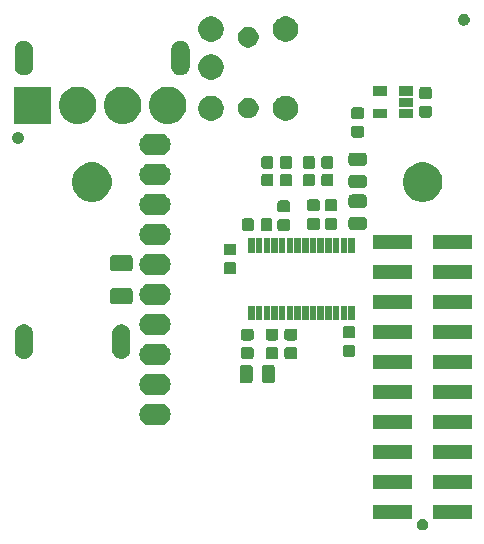
<source format=gbs>
G04 #@! TF.GenerationSoftware,KiCad,Pcbnew,5.1.0*
G04 #@! TF.CreationDate,2019-04-16T15:55:50+02:00*
G04 #@! TF.ProjectId,KXKM_audio_board_for_ESP32,4b584b4d-5f61-4756-9469-6f5f626f6172,1.0*
G04 #@! TF.SameCoordinates,PX82a7440PY6f94740*
G04 #@! TF.FileFunction,Soldermask,Bot*
G04 #@! TF.FilePolarity,Negative*
%FSLAX46Y46*%
G04 Gerber Fmt 4.6, Leading zero omitted, Abs format (unit mm)*
G04 Created by KiCad (PCBNEW 5.1.0) date 2019-04-16 15:55:50*
%MOMM*%
%LPD*%
G04 APERTURE LIST*
%ADD10C,0.100000*%
G04 APERTURE END LIST*
D10*
G36*
X35395843Y1230786D02*
G01*
X35395846Y1230785D01*
X35395845Y1230785D01*
X35486839Y1193094D01*
X35528063Y1165549D01*
X35568730Y1138376D01*
X35638376Y1068730D01*
X35693095Y986837D01*
X35730786Y895843D01*
X35750000Y799247D01*
X35750000Y700753D01*
X35730786Y604157D01*
X35730785Y604155D01*
X35693094Y513161D01*
X35638375Y431269D01*
X35568731Y361625D01*
X35486839Y306906D01*
X35486838Y306905D01*
X35486837Y306905D01*
X35395843Y269214D01*
X35299247Y250000D01*
X35200753Y250000D01*
X35104157Y269214D01*
X35013163Y306905D01*
X35013162Y306905D01*
X35013161Y306906D01*
X34931269Y361625D01*
X34861625Y431269D01*
X34806906Y513161D01*
X34769215Y604155D01*
X34769214Y604157D01*
X34750000Y700753D01*
X34750000Y799247D01*
X34769214Y895843D01*
X34806905Y986837D01*
X34861624Y1068730D01*
X34931270Y1138376D01*
X34971937Y1165549D01*
X35013161Y1193094D01*
X35104155Y1230785D01*
X35104154Y1230785D01*
X35104157Y1230786D01*
X35200753Y1250000D01*
X35299247Y1250000D01*
X35395843Y1230786D01*
X35395843Y1230786D01*
G37*
G36*
X39420000Y1250000D02*
G01*
X36130000Y1250000D01*
X36130000Y2390000D01*
X39420000Y2390000D01*
X39420000Y1250000D01*
X39420000Y1250000D01*
G37*
G36*
X34370000Y1250000D02*
G01*
X31080000Y1250000D01*
X31080000Y2390000D01*
X34370000Y2390000D01*
X34370000Y1250000D01*
X34370000Y1250000D01*
G37*
G36*
X39420000Y3790000D02*
G01*
X36130000Y3790000D01*
X36130000Y4930000D01*
X39420000Y4930000D01*
X39420000Y3790000D01*
X39420000Y3790000D01*
G37*
G36*
X34370000Y3790000D02*
G01*
X31080000Y3790000D01*
X31080000Y4930000D01*
X34370000Y4930000D01*
X34370000Y3790000D01*
X34370000Y3790000D01*
G37*
G36*
X39420000Y6330000D02*
G01*
X36130000Y6330000D01*
X36130000Y7470000D01*
X39420000Y7470000D01*
X39420000Y6330000D01*
X39420000Y6330000D01*
G37*
G36*
X34370000Y6330000D02*
G01*
X31080000Y6330000D01*
X31080000Y7470000D01*
X34370000Y7470000D01*
X34370000Y6330000D01*
X34370000Y6330000D01*
G37*
G36*
X34370000Y8870000D02*
G01*
X31080000Y8870000D01*
X31080000Y10010000D01*
X34370000Y10010000D01*
X34370000Y8870000D01*
X34370000Y8870000D01*
G37*
G36*
X39420000Y8870000D02*
G01*
X36130000Y8870000D01*
X36130000Y10010000D01*
X39420000Y10010000D01*
X39420000Y8870000D01*
X39420000Y8870000D01*
G37*
G36*
X13180351Y10976689D02*
G01*
X13353773Y10924081D01*
X13513595Y10838655D01*
X13513597Y10838653D01*
X13653686Y10723686D01*
X13749734Y10606650D01*
X13768655Y10583595D01*
X13854081Y10423773D01*
X13906689Y10250351D01*
X13924451Y10070000D01*
X13906689Y9889649D01*
X13854081Y9716227D01*
X13768655Y9556405D01*
X13768653Y9556403D01*
X13653686Y9416314D01*
X13536650Y9320266D01*
X13513595Y9301345D01*
X13353773Y9215919D01*
X13180351Y9163311D01*
X13045196Y9150000D01*
X12154804Y9150000D01*
X12019649Y9163311D01*
X11846227Y9215919D01*
X11686405Y9301345D01*
X11663350Y9320266D01*
X11546314Y9416314D01*
X11431347Y9556403D01*
X11431345Y9556405D01*
X11345919Y9716227D01*
X11293311Y9889649D01*
X11275549Y10070000D01*
X11293311Y10250351D01*
X11345919Y10423773D01*
X11431345Y10583595D01*
X11450266Y10606650D01*
X11546314Y10723686D01*
X11686403Y10838653D01*
X11686405Y10838655D01*
X11846227Y10924081D01*
X12019649Y10976689D01*
X12154804Y10990000D01*
X13045196Y10990000D01*
X13180351Y10976689D01*
X13180351Y10976689D01*
G37*
G36*
X34370000Y11410000D02*
G01*
X31080000Y11410000D01*
X31080000Y12550000D01*
X34370000Y12550000D01*
X34370000Y11410000D01*
X34370000Y11410000D01*
G37*
G36*
X39420000Y11410000D02*
G01*
X36130000Y11410000D01*
X36130000Y12550000D01*
X39420000Y12550000D01*
X39420000Y11410000D01*
X39420000Y11410000D01*
G37*
G36*
X13180351Y13516689D02*
G01*
X13353773Y13464081D01*
X13513595Y13378655D01*
X13513597Y13378653D01*
X13653686Y13263686D01*
X13749734Y13146650D01*
X13768655Y13123595D01*
X13854081Y12963773D01*
X13906689Y12790351D01*
X13924451Y12610000D01*
X13906689Y12429649D01*
X13854081Y12256227D01*
X13768655Y12096405D01*
X13768653Y12096403D01*
X13653686Y11956314D01*
X13536650Y11860266D01*
X13513595Y11841345D01*
X13353773Y11755919D01*
X13180351Y11703311D01*
X13045196Y11690000D01*
X12154804Y11690000D01*
X12019649Y11703311D01*
X11846227Y11755919D01*
X11686405Y11841345D01*
X11663350Y11860266D01*
X11546314Y11956314D01*
X11431347Y12096403D01*
X11431345Y12096405D01*
X11345919Y12256227D01*
X11293311Y12429649D01*
X11275549Y12610000D01*
X11293311Y12790351D01*
X11345919Y12963773D01*
X11431345Y13123595D01*
X11450266Y13146650D01*
X11546314Y13263686D01*
X11686403Y13378653D01*
X11686405Y13378655D01*
X11846227Y13464081D01*
X12019649Y13516689D01*
X12154804Y13530000D01*
X13045196Y13530000D01*
X13180351Y13516689D01*
X13180351Y13516689D01*
G37*
G36*
X20665705Y14264888D02*
G01*
X20713265Y14250460D01*
X20757090Y14227036D01*
X20795507Y14195507D01*
X20827036Y14157090D01*
X20850460Y14113265D01*
X20864888Y14065705D01*
X20870000Y14013797D01*
X20870000Y12986203D01*
X20864888Y12934295D01*
X20850460Y12886735D01*
X20827036Y12842910D01*
X20795507Y12804493D01*
X20757090Y12772964D01*
X20713265Y12749540D01*
X20665705Y12735112D01*
X20613797Y12730000D01*
X20011203Y12730000D01*
X19959295Y12735112D01*
X19911735Y12749540D01*
X19867910Y12772964D01*
X19829493Y12804493D01*
X19797964Y12842910D01*
X19774540Y12886735D01*
X19760112Y12934295D01*
X19755000Y12986203D01*
X19755000Y14013797D01*
X19760112Y14065705D01*
X19774540Y14113265D01*
X19797964Y14157090D01*
X19829493Y14195507D01*
X19867910Y14227036D01*
X19911735Y14250460D01*
X19959295Y14264888D01*
X20011203Y14270000D01*
X20613797Y14270000D01*
X20665705Y14264888D01*
X20665705Y14264888D01*
G37*
G36*
X22540705Y14264888D02*
G01*
X22588265Y14250460D01*
X22632090Y14227036D01*
X22670507Y14195507D01*
X22702036Y14157090D01*
X22725460Y14113265D01*
X22739888Y14065705D01*
X22745000Y14013797D01*
X22745000Y12986203D01*
X22739888Y12934295D01*
X22725460Y12886735D01*
X22702036Y12842910D01*
X22670507Y12804493D01*
X22632090Y12772964D01*
X22588265Y12749540D01*
X22540705Y12735112D01*
X22488797Y12730000D01*
X21886203Y12730000D01*
X21834295Y12735112D01*
X21786735Y12749540D01*
X21742910Y12772964D01*
X21704493Y12804493D01*
X21672964Y12842910D01*
X21649540Y12886735D01*
X21635112Y12934295D01*
X21630000Y12986203D01*
X21630000Y14013797D01*
X21635112Y14065705D01*
X21649540Y14113265D01*
X21672964Y14157090D01*
X21704493Y14195507D01*
X21742910Y14227036D01*
X21786735Y14250460D01*
X21834295Y14264888D01*
X21886203Y14270000D01*
X22488797Y14270000D01*
X22540705Y14264888D01*
X22540705Y14264888D01*
G37*
G36*
X39420000Y13950000D02*
G01*
X36130000Y13950000D01*
X36130000Y15090000D01*
X39420000Y15090000D01*
X39420000Y13950000D01*
X39420000Y13950000D01*
G37*
G36*
X34370000Y13950000D02*
G01*
X31080000Y13950000D01*
X31080000Y15090000D01*
X34370000Y15090000D01*
X34370000Y13950000D01*
X34370000Y13950000D01*
G37*
G36*
X13180351Y16056689D02*
G01*
X13353773Y16004081D01*
X13513595Y15918655D01*
X13513597Y15918653D01*
X13653686Y15803686D01*
X13725442Y15716250D01*
X13768655Y15663595D01*
X13854081Y15503773D01*
X13906689Y15330351D01*
X13924451Y15150000D01*
X13906689Y14969649D01*
X13854081Y14796227D01*
X13768655Y14636405D01*
X13768653Y14636403D01*
X13653686Y14496314D01*
X13536650Y14400266D01*
X13513595Y14381345D01*
X13353773Y14295919D01*
X13180351Y14243311D01*
X13045196Y14230000D01*
X12154804Y14230000D01*
X12019649Y14243311D01*
X11846227Y14295919D01*
X11686405Y14381345D01*
X11663350Y14400266D01*
X11546314Y14496314D01*
X11431347Y14636403D01*
X11431345Y14636405D01*
X11345919Y14796227D01*
X11293311Y14969649D01*
X11275549Y15150000D01*
X11293311Y15330351D01*
X11345919Y15503773D01*
X11431345Y15663595D01*
X11474558Y15716250D01*
X11546314Y15803686D01*
X11686403Y15918653D01*
X11686405Y15918655D01*
X11846227Y16004081D01*
X12019649Y16056689D01*
X12154804Y16070000D01*
X13045196Y16070000D01*
X13180351Y16056689D01*
X13180351Y16056689D01*
G37*
G36*
X22860828Y15765368D02*
G01*
X22903698Y15752363D01*
X22943200Y15731249D01*
X22977829Y15702829D01*
X23006249Y15668200D01*
X23027363Y15628698D01*
X23040368Y15585828D01*
X23045000Y15538796D01*
X23045000Y14986204D01*
X23040368Y14939172D01*
X23027363Y14896302D01*
X23006249Y14856800D01*
X22977829Y14822171D01*
X22943200Y14793751D01*
X22903698Y14772637D01*
X22860828Y14759632D01*
X22813796Y14755000D01*
X22186204Y14755000D01*
X22139172Y14759632D01*
X22096302Y14772637D01*
X22056800Y14793751D01*
X22022171Y14822171D01*
X21993751Y14856800D01*
X21972637Y14896302D01*
X21959632Y14939172D01*
X21955000Y14986204D01*
X21955000Y15538796D01*
X21959632Y15585828D01*
X21972637Y15628698D01*
X21993751Y15668200D01*
X22022171Y15702829D01*
X22056800Y15731249D01*
X22096302Y15752363D01*
X22139172Y15765368D01*
X22186204Y15770000D01*
X22813796Y15770000D01*
X22860828Y15765368D01*
X22860828Y15765368D01*
G37*
G36*
X20760828Y15765368D02*
G01*
X20803698Y15752363D01*
X20843200Y15731249D01*
X20877829Y15702829D01*
X20906249Y15668200D01*
X20927363Y15628698D01*
X20940368Y15585828D01*
X20945000Y15538796D01*
X20945000Y14986204D01*
X20940368Y14939172D01*
X20927363Y14896302D01*
X20906249Y14856800D01*
X20877829Y14822171D01*
X20843200Y14793751D01*
X20803698Y14772637D01*
X20760828Y14759632D01*
X20713796Y14755000D01*
X20086204Y14755000D01*
X20039172Y14759632D01*
X19996302Y14772637D01*
X19956800Y14793751D01*
X19922171Y14822171D01*
X19893751Y14856800D01*
X19872637Y14896302D01*
X19859632Y14939172D01*
X19855000Y14986204D01*
X19855000Y15538796D01*
X19859632Y15585828D01*
X19872637Y15628698D01*
X19893751Y15668200D01*
X19922171Y15702829D01*
X19956800Y15731249D01*
X19996302Y15752363D01*
X20039172Y15765368D01*
X20086204Y15770000D01*
X20713796Y15770000D01*
X20760828Y15765368D01*
X20760828Y15765368D01*
G37*
G36*
X24460828Y15765368D02*
G01*
X24503698Y15752363D01*
X24543200Y15731249D01*
X24577829Y15702829D01*
X24606249Y15668200D01*
X24627363Y15628698D01*
X24640368Y15585828D01*
X24645000Y15538796D01*
X24645000Y14986204D01*
X24640368Y14939172D01*
X24627363Y14896302D01*
X24606249Y14856800D01*
X24577829Y14822171D01*
X24543200Y14793751D01*
X24503698Y14772637D01*
X24460828Y14759632D01*
X24413796Y14755000D01*
X23786204Y14755000D01*
X23739172Y14759632D01*
X23696302Y14772637D01*
X23656800Y14793751D01*
X23622171Y14822171D01*
X23593751Y14856800D01*
X23572637Y14896302D01*
X23559632Y14939172D01*
X23555000Y14986204D01*
X23555000Y15538796D01*
X23559632Y15585828D01*
X23572637Y15628698D01*
X23593751Y15668200D01*
X23622171Y15702829D01*
X23656800Y15731249D01*
X23696302Y15752363D01*
X23739172Y15765368D01*
X23786204Y15770000D01*
X24413796Y15770000D01*
X24460828Y15765368D01*
X24460828Y15765368D01*
G37*
G36*
X1650945Y17708859D02*
G01*
X1736494Y17682907D01*
X1796091Y17664829D01*
X1840680Y17640996D01*
X1929856Y17593331D01*
X2047106Y17497106D01*
X2143331Y17379857D01*
X2184820Y17302235D01*
X2214829Y17246092D01*
X2214829Y17246091D01*
X2258859Y17100946D01*
X2270000Y16987824D01*
X2270000Y15512176D01*
X2258859Y15399054D01*
X2232907Y15313505D01*
X2214829Y15253908D01*
X2214828Y15253907D01*
X2143331Y15120143D01*
X2047106Y15002894D01*
X1929857Y14906669D01*
X1857088Y14867774D01*
X1796092Y14835171D01*
X1753236Y14822171D01*
X1650946Y14791141D01*
X1500000Y14776275D01*
X1349055Y14791141D01*
X1246765Y14822171D01*
X1203909Y14835171D01*
X1142913Y14867774D01*
X1070144Y14906669D01*
X952895Y15002894D01*
X856670Y15120143D01*
X785173Y15253907D01*
X785172Y15253908D01*
X767094Y15313505D01*
X741142Y15399054D01*
X730001Y15512176D01*
X730000Y16987823D01*
X741141Y17100945D01*
X767658Y17188356D01*
X785171Y17246091D01*
X809309Y17291250D01*
X856669Y17379856D01*
X952894Y17497106D01*
X1070143Y17593331D01*
X1159319Y17640996D01*
X1203908Y17664829D01*
X1263505Y17682907D01*
X1349054Y17708859D01*
X1500000Y17723725D01*
X1650945Y17708859D01*
X1650945Y17708859D01*
G37*
G36*
X9900945Y17708859D02*
G01*
X9986494Y17682907D01*
X10046091Y17664829D01*
X10090680Y17640996D01*
X10179856Y17593331D01*
X10297106Y17497106D01*
X10393331Y17379857D01*
X10434820Y17302235D01*
X10464829Y17246092D01*
X10464829Y17246091D01*
X10508859Y17100946D01*
X10520000Y16987824D01*
X10520000Y15512176D01*
X10508859Y15399054D01*
X10482907Y15313505D01*
X10464829Y15253908D01*
X10464828Y15253907D01*
X10393331Y15120143D01*
X10297106Y15002894D01*
X10179857Y14906669D01*
X10107088Y14867774D01*
X10046092Y14835171D01*
X10003236Y14822171D01*
X9900946Y14791141D01*
X9750000Y14776275D01*
X9599055Y14791141D01*
X9496765Y14822171D01*
X9453909Y14835171D01*
X9392913Y14867774D01*
X9320144Y14906669D01*
X9202895Y15002894D01*
X9106670Y15120143D01*
X9035173Y15253907D01*
X9035172Y15253908D01*
X9017094Y15313505D01*
X8991142Y15399054D01*
X8980001Y15512176D01*
X8980000Y16987823D01*
X8991141Y17100945D01*
X9017658Y17188356D01*
X9035171Y17246091D01*
X9059309Y17291250D01*
X9106669Y17379856D01*
X9202894Y17497106D01*
X9320143Y17593331D01*
X9409319Y17640996D01*
X9453908Y17664829D01*
X9513505Y17682907D01*
X9599054Y17708859D01*
X9750000Y17723725D01*
X9900945Y17708859D01*
X9900945Y17708859D01*
G37*
G36*
X29385828Y15965368D02*
G01*
X29428698Y15952363D01*
X29468200Y15931249D01*
X29502829Y15902829D01*
X29531249Y15868200D01*
X29552363Y15828698D01*
X29565368Y15785828D01*
X29570000Y15738796D01*
X29570000Y15186204D01*
X29565368Y15139172D01*
X29552363Y15096302D01*
X29531249Y15056800D01*
X29502829Y15022171D01*
X29468200Y14993751D01*
X29428698Y14972637D01*
X29385828Y14959632D01*
X29338796Y14955000D01*
X28711204Y14955000D01*
X28664172Y14959632D01*
X28621302Y14972637D01*
X28581800Y14993751D01*
X28547171Y15022171D01*
X28518751Y15056800D01*
X28497637Y15096302D01*
X28484632Y15139172D01*
X28480000Y15186204D01*
X28480000Y15738796D01*
X28484632Y15785828D01*
X28497637Y15828698D01*
X28518751Y15868200D01*
X28547171Y15902829D01*
X28581800Y15931249D01*
X28621302Y15952363D01*
X28664172Y15965368D01*
X28711204Y15970000D01*
X29338796Y15970000D01*
X29385828Y15965368D01*
X29385828Y15965368D01*
G37*
G36*
X20760828Y17340368D02*
G01*
X20803698Y17327363D01*
X20843200Y17306249D01*
X20877829Y17277829D01*
X20906249Y17243200D01*
X20927363Y17203698D01*
X20940368Y17160828D01*
X20945000Y17113796D01*
X20945000Y16561204D01*
X20940368Y16514172D01*
X20927363Y16471302D01*
X20906249Y16431800D01*
X20877829Y16397171D01*
X20843200Y16368751D01*
X20803698Y16347637D01*
X20760828Y16334632D01*
X20713796Y16330000D01*
X20086204Y16330000D01*
X20039172Y16334632D01*
X19996302Y16347637D01*
X19956800Y16368751D01*
X19922171Y16397171D01*
X19893751Y16431800D01*
X19872637Y16471302D01*
X19859632Y16514172D01*
X19855000Y16561204D01*
X19855000Y17113796D01*
X19859632Y17160828D01*
X19872637Y17203698D01*
X19893751Y17243200D01*
X19922171Y17277829D01*
X19956800Y17306249D01*
X19996302Y17327363D01*
X20039172Y17340368D01*
X20086204Y17345000D01*
X20713796Y17345000D01*
X20760828Y17340368D01*
X20760828Y17340368D01*
G37*
G36*
X24460828Y17340368D02*
G01*
X24503698Y17327363D01*
X24543200Y17306249D01*
X24577829Y17277829D01*
X24606249Y17243200D01*
X24627363Y17203698D01*
X24640368Y17160828D01*
X24645000Y17113796D01*
X24645000Y16561204D01*
X24640368Y16514172D01*
X24627363Y16471302D01*
X24606249Y16431800D01*
X24577829Y16397171D01*
X24543200Y16368751D01*
X24503698Y16347637D01*
X24460828Y16334632D01*
X24413796Y16330000D01*
X23786204Y16330000D01*
X23739172Y16334632D01*
X23696302Y16347637D01*
X23656800Y16368751D01*
X23622171Y16397171D01*
X23593751Y16431800D01*
X23572637Y16471302D01*
X23559632Y16514172D01*
X23555000Y16561204D01*
X23555000Y17113796D01*
X23559632Y17160828D01*
X23572637Y17203698D01*
X23593751Y17243200D01*
X23622171Y17277829D01*
X23656800Y17306249D01*
X23696302Y17327363D01*
X23739172Y17340368D01*
X23786204Y17345000D01*
X24413796Y17345000D01*
X24460828Y17340368D01*
X24460828Y17340368D01*
G37*
G36*
X22860828Y17340368D02*
G01*
X22903698Y17327363D01*
X22943200Y17306249D01*
X22977829Y17277829D01*
X23006249Y17243200D01*
X23027363Y17203698D01*
X23040368Y17160828D01*
X23045000Y17113796D01*
X23045000Y16561204D01*
X23040368Y16514172D01*
X23027363Y16471302D01*
X23006249Y16431800D01*
X22977829Y16397171D01*
X22943200Y16368751D01*
X22903698Y16347637D01*
X22860828Y16334632D01*
X22813796Y16330000D01*
X22186204Y16330000D01*
X22139172Y16334632D01*
X22096302Y16347637D01*
X22056800Y16368751D01*
X22022171Y16397171D01*
X21993751Y16431800D01*
X21972637Y16471302D01*
X21959632Y16514172D01*
X21955000Y16561204D01*
X21955000Y17113796D01*
X21959632Y17160828D01*
X21972637Y17203698D01*
X21993751Y17243200D01*
X22022171Y17277829D01*
X22056800Y17306249D01*
X22096302Y17327363D01*
X22139172Y17340368D01*
X22186204Y17345000D01*
X22813796Y17345000D01*
X22860828Y17340368D01*
X22860828Y17340368D01*
G37*
G36*
X39420000Y16490000D02*
G01*
X36130000Y16490000D01*
X36130000Y17630000D01*
X39420000Y17630000D01*
X39420000Y16490000D01*
X39420000Y16490000D01*
G37*
G36*
X34370000Y16490000D02*
G01*
X31080000Y16490000D01*
X31080000Y17630000D01*
X34370000Y17630000D01*
X34370000Y16490000D01*
X34370000Y16490000D01*
G37*
G36*
X29385828Y17540368D02*
G01*
X29428698Y17527363D01*
X29468200Y17506249D01*
X29502829Y17477829D01*
X29531249Y17443200D01*
X29552363Y17403698D01*
X29565368Y17360828D01*
X29570000Y17313796D01*
X29570000Y16761204D01*
X29565368Y16714172D01*
X29552363Y16671302D01*
X29531249Y16631800D01*
X29502829Y16597171D01*
X29468200Y16568751D01*
X29428698Y16547637D01*
X29385828Y16534632D01*
X29338796Y16530000D01*
X28711204Y16530000D01*
X28664172Y16534632D01*
X28621302Y16547637D01*
X28581800Y16568751D01*
X28547171Y16597171D01*
X28518751Y16631800D01*
X28497637Y16671302D01*
X28484632Y16714172D01*
X28480000Y16761204D01*
X28480000Y17313796D01*
X28484632Y17360828D01*
X28497637Y17403698D01*
X28518751Y17443200D01*
X28547171Y17477829D01*
X28581800Y17506249D01*
X28621302Y17527363D01*
X28664172Y17540368D01*
X28711204Y17545000D01*
X29338796Y17545000D01*
X29385828Y17540368D01*
X29385828Y17540368D01*
G37*
G36*
X13180351Y18596689D02*
G01*
X13353773Y18544081D01*
X13513595Y18458655D01*
X13513597Y18458653D01*
X13653686Y18343686D01*
X13749734Y18226650D01*
X13768655Y18203595D01*
X13854081Y18043773D01*
X13906689Y17870351D01*
X13924451Y17690000D01*
X13906689Y17509649D01*
X13854081Y17336227D01*
X13768655Y17176405D01*
X13768653Y17176403D01*
X13653686Y17036314D01*
X13536650Y16940266D01*
X13513595Y16921345D01*
X13353773Y16835919D01*
X13180351Y16783311D01*
X13045196Y16770000D01*
X12154804Y16770000D01*
X12019649Y16783311D01*
X11846227Y16835919D01*
X11686405Y16921345D01*
X11663350Y16940266D01*
X11546314Y17036314D01*
X11431347Y17176403D01*
X11431345Y17176405D01*
X11345919Y17336227D01*
X11293311Y17509649D01*
X11275549Y17690000D01*
X11293311Y17870351D01*
X11345919Y18043773D01*
X11431345Y18203595D01*
X11450266Y18226650D01*
X11546314Y18343686D01*
X11686403Y18458653D01*
X11686405Y18458655D01*
X11846227Y18544081D01*
X12019649Y18596689D01*
X12154804Y18610000D01*
X13045196Y18610000D01*
X13180351Y18596689D01*
X13180351Y18596689D01*
G37*
G36*
X21045000Y18030000D02*
G01*
X20505000Y18030000D01*
X20505000Y19270000D01*
X21045000Y19270000D01*
X21045000Y18030000D01*
X21045000Y18030000D01*
G37*
G36*
X29495000Y18030000D02*
G01*
X28955000Y18030000D01*
X28955000Y19270000D01*
X29495000Y19270000D01*
X29495000Y18030000D01*
X29495000Y18030000D01*
G37*
G36*
X28195000Y18030000D02*
G01*
X27655000Y18030000D01*
X27655000Y19270000D01*
X28195000Y19270000D01*
X28195000Y18030000D01*
X28195000Y18030000D01*
G37*
G36*
X27545000Y18030000D02*
G01*
X27005000Y18030000D01*
X27005000Y19270000D01*
X27545000Y19270000D01*
X27545000Y18030000D01*
X27545000Y18030000D01*
G37*
G36*
X26895000Y18030000D02*
G01*
X26355000Y18030000D01*
X26355000Y19270000D01*
X26895000Y19270000D01*
X26895000Y18030000D01*
X26895000Y18030000D01*
G37*
G36*
X26245000Y18030000D02*
G01*
X25705000Y18030000D01*
X25705000Y19270000D01*
X26245000Y19270000D01*
X26245000Y18030000D01*
X26245000Y18030000D01*
G37*
G36*
X25595000Y18030000D02*
G01*
X25055000Y18030000D01*
X25055000Y19270000D01*
X25595000Y19270000D01*
X25595000Y18030000D01*
X25595000Y18030000D01*
G37*
G36*
X24295000Y18030000D02*
G01*
X23755000Y18030000D01*
X23755000Y19270000D01*
X24295000Y19270000D01*
X24295000Y18030000D01*
X24295000Y18030000D01*
G37*
G36*
X23645000Y18030000D02*
G01*
X23105000Y18030000D01*
X23105000Y19270000D01*
X23645000Y19270000D01*
X23645000Y18030000D01*
X23645000Y18030000D01*
G37*
G36*
X22995000Y18030000D02*
G01*
X22455000Y18030000D01*
X22455000Y19270000D01*
X22995000Y19270000D01*
X22995000Y18030000D01*
X22995000Y18030000D01*
G37*
G36*
X22345000Y18030000D02*
G01*
X21805000Y18030000D01*
X21805000Y19270000D01*
X22345000Y19270000D01*
X22345000Y18030000D01*
X22345000Y18030000D01*
G37*
G36*
X21695000Y18030000D02*
G01*
X21155000Y18030000D01*
X21155000Y19270000D01*
X21695000Y19270000D01*
X21695000Y18030000D01*
X21695000Y18030000D01*
G37*
G36*
X28845000Y18030000D02*
G01*
X28305000Y18030000D01*
X28305000Y19270000D01*
X28845000Y19270000D01*
X28845000Y18030000D01*
X28845000Y18030000D01*
G37*
G36*
X24945000Y18030000D02*
G01*
X24405000Y18030000D01*
X24405000Y19270000D01*
X24945000Y19270000D01*
X24945000Y18030000D01*
X24945000Y18030000D01*
G37*
G36*
X39420000Y19030000D02*
G01*
X36130000Y19030000D01*
X36130000Y20170000D01*
X39420000Y20170000D01*
X39420000Y19030000D01*
X39420000Y19030000D01*
G37*
G36*
X34370000Y19030000D02*
G01*
X31080000Y19030000D01*
X31080000Y20170000D01*
X34370000Y20170000D01*
X34370000Y19030000D01*
X34370000Y19030000D01*
G37*
G36*
X13180351Y21136689D02*
G01*
X13353773Y21084081D01*
X13513595Y20998655D01*
X13513597Y20998653D01*
X13653686Y20883686D01*
X13743834Y20773839D01*
X13768655Y20743595D01*
X13854081Y20583773D01*
X13906689Y20410351D01*
X13924451Y20230000D01*
X13906689Y20049649D01*
X13854081Y19876227D01*
X13768655Y19716405D01*
X13768653Y19716403D01*
X13653686Y19576314D01*
X13544154Y19486424D01*
X13513595Y19461345D01*
X13353773Y19375919D01*
X13180351Y19323311D01*
X13045196Y19310000D01*
X12154804Y19310000D01*
X12019649Y19323311D01*
X11846227Y19375919D01*
X11686405Y19461345D01*
X11655846Y19486424D01*
X11546314Y19576314D01*
X11431347Y19716403D01*
X11431345Y19716405D01*
X11345919Y19876227D01*
X11293311Y20049649D01*
X11275549Y20230000D01*
X11293311Y20410351D01*
X11345919Y20583773D01*
X11431345Y20743595D01*
X11456166Y20773839D01*
X11546314Y20883686D01*
X11686403Y20998653D01*
X11686405Y20998655D01*
X11846227Y21084081D01*
X12019649Y21136689D01*
X12154804Y21150000D01*
X13045196Y21150000D01*
X13180351Y21136689D01*
X13180351Y21136689D01*
G37*
G36*
X10495334Y20789998D02*
G01*
X10541814Y20775898D01*
X10584645Y20753005D01*
X10622191Y20722191D01*
X10653005Y20684645D01*
X10675898Y20641814D01*
X10689998Y20595334D01*
X10695000Y20544546D01*
X10695000Y19655454D01*
X10689998Y19604666D01*
X10675898Y19558186D01*
X10653005Y19515355D01*
X10622191Y19477809D01*
X10584645Y19446995D01*
X10541814Y19424102D01*
X10495334Y19410002D01*
X10444546Y19405000D01*
X9055454Y19405000D01*
X9004666Y19410002D01*
X8958186Y19424102D01*
X8915355Y19446995D01*
X8877809Y19477809D01*
X8846995Y19515355D01*
X8824102Y19558186D01*
X8810002Y19604666D01*
X8805000Y19655454D01*
X8805000Y20544546D01*
X8810002Y20595334D01*
X8824102Y20641814D01*
X8846995Y20684645D01*
X8877809Y20722191D01*
X8915355Y20753005D01*
X8958186Y20775898D01*
X9004666Y20789998D01*
X9055454Y20795000D01*
X10444546Y20795000D01*
X10495334Y20789998D01*
X10495334Y20789998D01*
G37*
G36*
X34370000Y21570000D02*
G01*
X31080000Y21570000D01*
X31080000Y22710000D01*
X34370000Y22710000D01*
X34370000Y21570000D01*
X34370000Y21570000D01*
G37*
G36*
X39420000Y21570000D02*
G01*
X36130000Y21570000D01*
X36130000Y22710000D01*
X39420000Y22710000D01*
X39420000Y21570000D01*
X39420000Y21570000D01*
G37*
G36*
X13180351Y23676689D02*
G01*
X13353773Y23624081D01*
X13513595Y23538655D01*
X13518497Y23534632D01*
X13653686Y23423686D01*
X13741240Y23317000D01*
X13768655Y23283595D01*
X13854081Y23123773D01*
X13906689Y22950351D01*
X13924451Y22770000D01*
X13906689Y22589649D01*
X13854081Y22416227D01*
X13768655Y22256405D01*
X13760932Y22246995D01*
X13653686Y22116314D01*
X13547685Y22029322D01*
X13513595Y22001345D01*
X13353773Y21915919D01*
X13180351Y21863311D01*
X13045196Y21850000D01*
X12154804Y21850000D01*
X12019649Y21863311D01*
X11846227Y21915919D01*
X11686405Y22001345D01*
X11652315Y22029322D01*
X11546314Y22116314D01*
X11439068Y22246995D01*
X11431345Y22256405D01*
X11345919Y22416227D01*
X11293311Y22589649D01*
X11275549Y22770000D01*
X11293311Y22950351D01*
X11345919Y23123773D01*
X11431345Y23283595D01*
X11458760Y23317000D01*
X11546314Y23423686D01*
X11681503Y23534632D01*
X11686405Y23538655D01*
X11846227Y23624081D01*
X12019649Y23676689D01*
X12154804Y23690000D01*
X13045196Y23690000D01*
X13180351Y23676689D01*
X13180351Y23676689D01*
G37*
G36*
X19310828Y22965368D02*
G01*
X19353698Y22952363D01*
X19393200Y22931249D01*
X19427829Y22902829D01*
X19456249Y22868200D01*
X19477363Y22828698D01*
X19490368Y22785828D01*
X19495000Y22738796D01*
X19495000Y22186204D01*
X19490368Y22139172D01*
X19477363Y22096302D01*
X19456249Y22056800D01*
X19427829Y22022171D01*
X19393200Y21993751D01*
X19353698Y21972637D01*
X19310828Y21959632D01*
X19263796Y21955000D01*
X18636204Y21955000D01*
X18589172Y21959632D01*
X18546302Y21972637D01*
X18506800Y21993751D01*
X18472171Y22022171D01*
X18443751Y22056800D01*
X18422637Y22096302D01*
X18409632Y22139172D01*
X18405000Y22186204D01*
X18405000Y22738796D01*
X18409632Y22785828D01*
X18422637Y22828698D01*
X18443751Y22868200D01*
X18472171Y22902829D01*
X18506800Y22931249D01*
X18546302Y22952363D01*
X18589172Y22965368D01*
X18636204Y22970000D01*
X19263796Y22970000D01*
X19310828Y22965368D01*
X19310828Y22965368D01*
G37*
G36*
X10495334Y23589998D02*
G01*
X10541814Y23575898D01*
X10584645Y23553005D01*
X10622191Y23522191D01*
X10653005Y23484645D01*
X10675898Y23441814D01*
X10689998Y23395334D01*
X10695000Y23344546D01*
X10695000Y22455454D01*
X10689998Y22404666D01*
X10675898Y22358186D01*
X10653005Y22315355D01*
X10622191Y22277809D01*
X10584645Y22246995D01*
X10541814Y22224102D01*
X10495334Y22210002D01*
X10444546Y22205000D01*
X9055454Y22205000D01*
X9004666Y22210002D01*
X8958186Y22224102D01*
X8915355Y22246995D01*
X8877809Y22277809D01*
X8846995Y22315355D01*
X8824102Y22358186D01*
X8810002Y22404666D01*
X8805000Y22455454D01*
X8805000Y23344546D01*
X8810002Y23395334D01*
X8824102Y23441814D01*
X8846995Y23484645D01*
X8877809Y23522191D01*
X8915355Y23553005D01*
X8958186Y23575898D01*
X9004666Y23589998D01*
X9055454Y23595000D01*
X10444546Y23595000D01*
X10495334Y23589998D01*
X10495334Y23589998D01*
G37*
G36*
X19310828Y24540368D02*
G01*
X19353698Y24527363D01*
X19393200Y24506249D01*
X19427829Y24477829D01*
X19456249Y24443200D01*
X19477363Y24403698D01*
X19490368Y24360828D01*
X19495000Y24313796D01*
X19495000Y23761204D01*
X19490368Y23714172D01*
X19477363Y23671302D01*
X19456249Y23631800D01*
X19427829Y23597171D01*
X19393200Y23568751D01*
X19353698Y23547637D01*
X19310828Y23534632D01*
X19263796Y23530000D01*
X18636204Y23530000D01*
X18589172Y23534632D01*
X18546302Y23547637D01*
X18506800Y23568751D01*
X18472171Y23597171D01*
X18443751Y23631800D01*
X18422637Y23671302D01*
X18409632Y23714172D01*
X18405000Y23761204D01*
X18405000Y24313796D01*
X18409632Y24360828D01*
X18422637Y24403698D01*
X18443751Y24443200D01*
X18472171Y24477829D01*
X18506800Y24506249D01*
X18546302Y24527363D01*
X18589172Y24540368D01*
X18636204Y24545000D01*
X19263796Y24545000D01*
X19310828Y24540368D01*
X19310828Y24540368D01*
G37*
G36*
X27545000Y23730000D02*
G01*
X27005000Y23730000D01*
X27005000Y24970000D01*
X27545000Y24970000D01*
X27545000Y23730000D01*
X27545000Y23730000D01*
G37*
G36*
X26895000Y23730000D02*
G01*
X26355000Y23730000D01*
X26355000Y24970000D01*
X26895000Y24970000D01*
X26895000Y23730000D01*
X26895000Y23730000D01*
G37*
G36*
X26245000Y23730000D02*
G01*
X25705000Y23730000D01*
X25705000Y24970000D01*
X26245000Y24970000D01*
X26245000Y23730000D01*
X26245000Y23730000D01*
G37*
G36*
X25595000Y23730000D02*
G01*
X25055000Y23730000D01*
X25055000Y24970000D01*
X25595000Y24970000D01*
X25595000Y23730000D01*
X25595000Y23730000D01*
G37*
G36*
X29495000Y23730000D02*
G01*
X28955000Y23730000D01*
X28955000Y24970000D01*
X29495000Y24970000D01*
X29495000Y23730000D01*
X29495000Y23730000D01*
G37*
G36*
X22995000Y23730000D02*
G01*
X22455000Y23730000D01*
X22455000Y24970000D01*
X22995000Y24970000D01*
X22995000Y23730000D01*
X22995000Y23730000D01*
G37*
G36*
X21045000Y23730000D02*
G01*
X20505000Y23730000D01*
X20505000Y24970000D01*
X21045000Y24970000D01*
X21045000Y23730000D01*
X21045000Y23730000D01*
G37*
G36*
X22345000Y23730000D02*
G01*
X21805000Y23730000D01*
X21805000Y24970000D01*
X22345000Y24970000D01*
X22345000Y23730000D01*
X22345000Y23730000D01*
G37*
G36*
X23645000Y23730000D02*
G01*
X23105000Y23730000D01*
X23105000Y24970000D01*
X23645000Y24970000D01*
X23645000Y23730000D01*
X23645000Y23730000D01*
G37*
G36*
X24295000Y23730000D02*
G01*
X23755000Y23730000D01*
X23755000Y24970000D01*
X24295000Y24970000D01*
X24295000Y23730000D01*
X24295000Y23730000D01*
G37*
G36*
X24945000Y23730000D02*
G01*
X24405000Y23730000D01*
X24405000Y24970000D01*
X24945000Y24970000D01*
X24945000Y23730000D01*
X24945000Y23730000D01*
G37*
G36*
X28845000Y23730000D02*
G01*
X28305000Y23730000D01*
X28305000Y24970000D01*
X28845000Y24970000D01*
X28845000Y23730000D01*
X28845000Y23730000D01*
G37*
G36*
X28195000Y23730000D02*
G01*
X27655000Y23730000D01*
X27655000Y24970000D01*
X28195000Y24970000D01*
X28195000Y23730000D01*
X28195000Y23730000D01*
G37*
G36*
X21695000Y23730000D02*
G01*
X21155000Y23730000D01*
X21155000Y24970000D01*
X21695000Y24970000D01*
X21695000Y23730000D01*
X21695000Y23730000D01*
G37*
G36*
X39420000Y24110000D02*
G01*
X36130000Y24110000D01*
X36130000Y25250000D01*
X39420000Y25250000D01*
X39420000Y24110000D01*
X39420000Y24110000D01*
G37*
G36*
X34370000Y24110000D02*
G01*
X31080000Y24110000D01*
X31080000Y25250000D01*
X34370000Y25250000D01*
X34370000Y24110000D01*
X34370000Y24110000D01*
G37*
G36*
X13180351Y26216689D02*
G01*
X13353773Y26164081D01*
X13513595Y26078655D01*
X13513597Y26078653D01*
X13653686Y25963686D01*
X13737354Y25861735D01*
X13768655Y25823595D01*
X13854081Y25663773D01*
X13906689Y25490351D01*
X13924451Y25310000D01*
X13906689Y25129649D01*
X13854081Y24956227D01*
X13768655Y24796405D01*
X13768653Y24796403D01*
X13653686Y24656314D01*
X13536650Y24560266D01*
X13513595Y24541345D01*
X13353773Y24455919D01*
X13180351Y24403311D01*
X13045196Y24390000D01*
X12154804Y24390000D01*
X12019649Y24403311D01*
X11846227Y24455919D01*
X11686405Y24541345D01*
X11663350Y24560266D01*
X11546314Y24656314D01*
X11431347Y24796403D01*
X11431345Y24796405D01*
X11345919Y24956227D01*
X11293311Y25129649D01*
X11275549Y25310000D01*
X11293311Y25490351D01*
X11345919Y25663773D01*
X11431345Y25823595D01*
X11462646Y25861735D01*
X11546314Y25963686D01*
X11686403Y26078653D01*
X11686405Y26078655D01*
X11846227Y26164081D01*
X12019649Y26216689D01*
X12154804Y26230000D01*
X13045196Y26230000D01*
X13180351Y26216689D01*
X13180351Y26216689D01*
G37*
G36*
X20785828Y26690368D02*
G01*
X20828698Y26677363D01*
X20868200Y26656249D01*
X20902829Y26627829D01*
X20931249Y26593200D01*
X20952363Y26553698D01*
X20965368Y26510828D01*
X20970000Y26463796D01*
X20970000Y25836204D01*
X20965368Y25789172D01*
X20952363Y25746302D01*
X20931249Y25706800D01*
X20902829Y25672171D01*
X20868200Y25643751D01*
X20828698Y25622637D01*
X20785828Y25609632D01*
X20738796Y25605000D01*
X20186204Y25605000D01*
X20139172Y25609632D01*
X20096302Y25622637D01*
X20056800Y25643751D01*
X20022171Y25672171D01*
X19993751Y25706800D01*
X19972637Y25746302D01*
X19959632Y25789172D01*
X19955000Y25836204D01*
X19955000Y26463796D01*
X19959632Y26510828D01*
X19972637Y26553698D01*
X19993751Y26593200D01*
X20022171Y26627829D01*
X20056800Y26656249D01*
X20096302Y26677363D01*
X20139172Y26690368D01*
X20186204Y26695000D01*
X20738796Y26695000D01*
X20785828Y26690368D01*
X20785828Y26690368D01*
G37*
G36*
X22360828Y26690368D02*
G01*
X22403698Y26677363D01*
X22443200Y26656249D01*
X22477829Y26627829D01*
X22506249Y26593200D01*
X22527363Y26553698D01*
X22540368Y26510828D01*
X22545000Y26463796D01*
X22545000Y25836204D01*
X22540368Y25789172D01*
X22527363Y25746302D01*
X22506249Y25706800D01*
X22477829Y25672171D01*
X22443200Y25643751D01*
X22403698Y25622637D01*
X22360828Y25609632D01*
X22313796Y25605000D01*
X21761204Y25605000D01*
X21714172Y25609632D01*
X21671302Y25622637D01*
X21631800Y25643751D01*
X21597171Y25672171D01*
X21568751Y25706800D01*
X21547637Y25746302D01*
X21534632Y25789172D01*
X21530000Y25836204D01*
X21530000Y26463796D01*
X21534632Y26510828D01*
X21547637Y26553698D01*
X21568751Y26593200D01*
X21597171Y26627829D01*
X21631800Y26656249D01*
X21671302Y26677363D01*
X21714172Y26690368D01*
X21761204Y26695000D01*
X22313796Y26695000D01*
X22360828Y26690368D01*
X22360828Y26690368D01*
G37*
G36*
X23860828Y26615368D02*
G01*
X23903698Y26602363D01*
X23943200Y26581249D01*
X23977829Y26552829D01*
X24006249Y26518200D01*
X24027363Y26478698D01*
X24040368Y26435828D01*
X24045000Y26388796D01*
X24045000Y25836204D01*
X24040368Y25789172D01*
X24027363Y25746302D01*
X24006249Y25706800D01*
X23977829Y25672171D01*
X23943200Y25643751D01*
X23903698Y25622637D01*
X23860828Y25609632D01*
X23813796Y25605000D01*
X23186204Y25605000D01*
X23139172Y25609632D01*
X23096302Y25622637D01*
X23056800Y25643751D01*
X23022171Y25672171D01*
X22993751Y25706800D01*
X22972637Y25746302D01*
X22959632Y25789172D01*
X22955000Y25836204D01*
X22955000Y26388796D01*
X22959632Y26435828D01*
X22972637Y26478698D01*
X22993751Y26518200D01*
X23022171Y26552829D01*
X23056800Y26581249D01*
X23096302Y26602363D01*
X23139172Y26615368D01*
X23186204Y26620000D01*
X23813796Y26620000D01*
X23860828Y26615368D01*
X23860828Y26615368D01*
G37*
G36*
X26360828Y26715368D02*
G01*
X26403698Y26702363D01*
X26443200Y26681249D01*
X26477829Y26652829D01*
X26506249Y26618200D01*
X26527363Y26578698D01*
X26540368Y26535828D01*
X26545000Y26488796D01*
X26545000Y25936204D01*
X26540368Y25889172D01*
X26527363Y25846302D01*
X26506249Y25806800D01*
X26477829Y25772171D01*
X26443200Y25743751D01*
X26403698Y25722637D01*
X26360828Y25709632D01*
X26313796Y25705000D01*
X25686204Y25705000D01*
X25639172Y25709632D01*
X25596302Y25722637D01*
X25556800Y25743751D01*
X25522171Y25772171D01*
X25493751Y25806800D01*
X25472637Y25846302D01*
X25459632Y25889172D01*
X25455000Y25936204D01*
X25455000Y26488796D01*
X25459632Y26535828D01*
X25472637Y26578698D01*
X25493751Y26618200D01*
X25522171Y26652829D01*
X25556800Y26681249D01*
X25596302Y26702363D01*
X25639172Y26715368D01*
X25686204Y26720000D01*
X26313796Y26720000D01*
X26360828Y26715368D01*
X26360828Y26715368D01*
G37*
G36*
X30315705Y26814888D02*
G01*
X30363265Y26800460D01*
X30407090Y26777036D01*
X30445507Y26745507D01*
X30477036Y26707090D01*
X30500460Y26663265D01*
X30514888Y26615705D01*
X30520000Y26563797D01*
X30520000Y25961203D01*
X30514888Y25909295D01*
X30500460Y25861735D01*
X30477036Y25817910D01*
X30445507Y25779493D01*
X30407090Y25747964D01*
X30363265Y25724540D01*
X30315705Y25710112D01*
X30263797Y25705000D01*
X29236203Y25705000D01*
X29184295Y25710112D01*
X29136735Y25724540D01*
X29092910Y25747964D01*
X29054493Y25779493D01*
X29022964Y25817910D01*
X28999540Y25861735D01*
X28985112Y25909295D01*
X28980000Y25961203D01*
X28980000Y26563797D01*
X28985112Y26615705D01*
X28999540Y26663265D01*
X29022964Y26707090D01*
X29054493Y26745507D01*
X29092910Y26777036D01*
X29136735Y26800460D01*
X29184295Y26814888D01*
X29236203Y26820000D01*
X30263797Y26820000D01*
X30315705Y26814888D01*
X30315705Y26814888D01*
G37*
G36*
X27860828Y26715368D02*
G01*
X27903698Y26702363D01*
X27943200Y26681249D01*
X27977829Y26652829D01*
X28006249Y26618200D01*
X28027363Y26578698D01*
X28040368Y26535828D01*
X28045000Y26488796D01*
X28045000Y25936204D01*
X28040368Y25889172D01*
X28027363Y25846302D01*
X28006249Y25806800D01*
X27977829Y25772171D01*
X27943200Y25743751D01*
X27903698Y25722637D01*
X27860828Y25709632D01*
X27813796Y25705000D01*
X27186204Y25705000D01*
X27139172Y25709632D01*
X27096302Y25722637D01*
X27056800Y25743751D01*
X27022171Y25772171D01*
X26993751Y25806800D01*
X26972637Y25846302D01*
X26959632Y25889172D01*
X26955000Y25936204D01*
X26955000Y26488796D01*
X26959632Y26535828D01*
X26972637Y26578698D01*
X26993751Y26618200D01*
X27022171Y26652829D01*
X27056800Y26681249D01*
X27096302Y26702363D01*
X27139172Y26715368D01*
X27186204Y26720000D01*
X27813796Y26720000D01*
X27860828Y26715368D01*
X27860828Y26715368D01*
G37*
G36*
X13180351Y28756689D02*
G01*
X13353773Y28704081D01*
X13513595Y28618655D01*
X13536650Y28599734D01*
X13653686Y28503686D01*
X13725442Y28416250D01*
X13768655Y28363595D01*
X13854081Y28203773D01*
X13906689Y28030351D01*
X13924451Y27850000D01*
X13906689Y27669649D01*
X13854081Y27496227D01*
X13768655Y27336405D01*
X13768653Y27336403D01*
X13653686Y27196314D01*
X13536650Y27100266D01*
X13513595Y27081345D01*
X13353773Y26995919D01*
X13180351Y26943311D01*
X13045196Y26930000D01*
X12154804Y26930000D01*
X12019649Y26943311D01*
X11846227Y26995919D01*
X11686405Y27081345D01*
X11663350Y27100266D01*
X11546314Y27196314D01*
X11431347Y27336403D01*
X11431345Y27336405D01*
X11345919Y27496227D01*
X11293311Y27669649D01*
X11275549Y27850000D01*
X11293311Y28030351D01*
X11345919Y28203773D01*
X11431345Y28363595D01*
X11474558Y28416250D01*
X11546314Y28503686D01*
X11663350Y28599734D01*
X11686405Y28618655D01*
X11846227Y28704081D01*
X12019649Y28756689D01*
X12154804Y28770000D01*
X13045196Y28770000D01*
X13180351Y28756689D01*
X13180351Y28756689D01*
G37*
G36*
X23860828Y28190368D02*
G01*
X23903698Y28177363D01*
X23943200Y28156249D01*
X23977829Y28127829D01*
X24006249Y28093200D01*
X24027363Y28053698D01*
X24040368Y28010828D01*
X24045000Y27963796D01*
X24045000Y27411204D01*
X24040368Y27364172D01*
X24027363Y27321302D01*
X24006249Y27281800D01*
X23977829Y27247171D01*
X23943200Y27218751D01*
X23903698Y27197637D01*
X23860828Y27184632D01*
X23813796Y27180000D01*
X23186204Y27180000D01*
X23139172Y27184632D01*
X23096302Y27197637D01*
X23056800Y27218751D01*
X23022171Y27247171D01*
X22993751Y27281800D01*
X22972637Y27321302D01*
X22959632Y27364172D01*
X22955000Y27411204D01*
X22955000Y27963796D01*
X22959632Y28010828D01*
X22972637Y28053698D01*
X22993751Y28093200D01*
X23022171Y28127829D01*
X23056800Y28156249D01*
X23096302Y28177363D01*
X23139172Y28190368D01*
X23186204Y28195000D01*
X23813796Y28195000D01*
X23860828Y28190368D01*
X23860828Y28190368D01*
G37*
G36*
X27860828Y28290368D02*
G01*
X27903698Y28277363D01*
X27943200Y28256249D01*
X27977829Y28227829D01*
X28006249Y28193200D01*
X28027363Y28153698D01*
X28040368Y28110828D01*
X28045000Y28063796D01*
X28045000Y27511204D01*
X28040368Y27464172D01*
X28027363Y27421302D01*
X28006249Y27381800D01*
X27977829Y27347171D01*
X27943200Y27318751D01*
X27903698Y27297637D01*
X27860828Y27284632D01*
X27813796Y27280000D01*
X27186204Y27280000D01*
X27139172Y27284632D01*
X27096302Y27297637D01*
X27056800Y27318751D01*
X27022171Y27347171D01*
X26993751Y27381800D01*
X26972637Y27421302D01*
X26959632Y27464172D01*
X26955000Y27511204D01*
X26955000Y28063796D01*
X26959632Y28110828D01*
X26972637Y28153698D01*
X26993751Y28193200D01*
X27022171Y28227829D01*
X27056800Y28256249D01*
X27096302Y28277363D01*
X27139172Y28290368D01*
X27186204Y28295000D01*
X27813796Y28295000D01*
X27860828Y28290368D01*
X27860828Y28290368D01*
G37*
G36*
X26360828Y28290368D02*
G01*
X26403698Y28277363D01*
X26443200Y28256249D01*
X26477829Y28227829D01*
X26506249Y28193200D01*
X26527363Y28153698D01*
X26540368Y28110828D01*
X26545000Y28063796D01*
X26545000Y27511204D01*
X26540368Y27464172D01*
X26527363Y27421302D01*
X26506249Y27381800D01*
X26477829Y27347171D01*
X26443200Y27318751D01*
X26403698Y27297637D01*
X26360828Y27284632D01*
X26313796Y27280000D01*
X25686204Y27280000D01*
X25639172Y27284632D01*
X25596302Y27297637D01*
X25556800Y27318751D01*
X25522171Y27347171D01*
X25493751Y27381800D01*
X25472637Y27421302D01*
X25459632Y27464172D01*
X25455000Y27511204D01*
X25455000Y28063796D01*
X25459632Y28110828D01*
X25472637Y28153698D01*
X25493751Y28193200D01*
X25522171Y28227829D01*
X25556800Y28256249D01*
X25596302Y28277363D01*
X25639172Y28290368D01*
X25686204Y28295000D01*
X26313796Y28295000D01*
X26360828Y28290368D01*
X26360828Y28290368D01*
G37*
G36*
X30315705Y28689888D02*
G01*
X30363265Y28675460D01*
X30407090Y28652036D01*
X30445507Y28620507D01*
X30477036Y28582090D01*
X30500460Y28538265D01*
X30514888Y28490705D01*
X30520000Y28438797D01*
X30520000Y27836203D01*
X30514888Y27784295D01*
X30500460Y27736735D01*
X30477036Y27692910D01*
X30445507Y27654493D01*
X30407090Y27622964D01*
X30363265Y27599540D01*
X30315705Y27585112D01*
X30263797Y27580000D01*
X29236203Y27580000D01*
X29184295Y27585112D01*
X29136735Y27599540D01*
X29092910Y27622964D01*
X29054493Y27654493D01*
X29022964Y27692910D01*
X28999540Y27736735D01*
X28985112Y27784295D01*
X28980000Y27836203D01*
X28980000Y28438797D01*
X28985112Y28490705D01*
X28999540Y28538265D01*
X29022964Y28582090D01*
X29054493Y28620507D01*
X29092910Y28652036D01*
X29136735Y28675460D01*
X29184295Y28689888D01*
X29236203Y28695000D01*
X30263797Y28695000D01*
X30315705Y28689888D01*
X30315705Y28689888D01*
G37*
G36*
X35737119Y31355823D02*
G01*
X36041040Y31229935D01*
X36176873Y31139174D01*
X36314563Y31047173D01*
X36547173Y30814563D01*
X36547174Y30814561D01*
X36729935Y30541040D01*
X36855823Y30237119D01*
X36920000Y29914482D01*
X36920000Y29585518D01*
X36855823Y29262881D01*
X36729935Y28958960D01*
X36729934Y28958959D01*
X36547173Y28685437D01*
X36314563Y28452827D01*
X36259821Y28416250D01*
X36041040Y28270065D01*
X35737119Y28144177D01*
X35414482Y28080000D01*
X35085518Y28080000D01*
X34762881Y28144177D01*
X34458960Y28270065D01*
X34240179Y28416250D01*
X34185437Y28452827D01*
X33952827Y28685437D01*
X33770066Y28958959D01*
X33770065Y28958960D01*
X33644177Y29262881D01*
X33580000Y29585518D01*
X33580000Y29914482D01*
X33644177Y30237119D01*
X33770065Y30541040D01*
X33952826Y30814561D01*
X33952827Y30814563D01*
X34185437Y31047173D01*
X34323127Y31139174D01*
X34458960Y31229935D01*
X34762881Y31355823D01*
X35085518Y31420000D01*
X35414482Y31420000D01*
X35737119Y31355823D01*
X35737119Y31355823D01*
G37*
G36*
X7737119Y31355823D02*
G01*
X8041040Y31229935D01*
X8176873Y31139174D01*
X8314563Y31047173D01*
X8547173Y30814563D01*
X8547174Y30814561D01*
X8729935Y30541040D01*
X8855823Y30237119D01*
X8920000Y29914482D01*
X8920000Y29585518D01*
X8855823Y29262881D01*
X8729935Y28958960D01*
X8729934Y28958959D01*
X8547173Y28685437D01*
X8314563Y28452827D01*
X8259821Y28416250D01*
X8041040Y28270065D01*
X7737119Y28144177D01*
X7414482Y28080000D01*
X7085518Y28080000D01*
X6762881Y28144177D01*
X6458960Y28270065D01*
X6240179Y28416250D01*
X6185437Y28452827D01*
X5952827Y28685437D01*
X5770066Y28958959D01*
X5770065Y28958960D01*
X5644177Y29262881D01*
X5580000Y29585518D01*
X5580000Y29914482D01*
X5644177Y30237119D01*
X5770065Y30541040D01*
X5952826Y30814561D01*
X5952827Y30814563D01*
X6185437Y31047173D01*
X6323127Y31139174D01*
X6458960Y31229935D01*
X6762881Y31355823D01*
X7085518Y31420000D01*
X7414482Y31420000D01*
X7737119Y31355823D01*
X7737119Y31355823D01*
G37*
G36*
X30315705Y30364888D02*
G01*
X30363265Y30350460D01*
X30407090Y30327036D01*
X30445507Y30295507D01*
X30477036Y30257090D01*
X30500460Y30213265D01*
X30514888Y30165705D01*
X30520000Y30113797D01*
X30520000Y29511203D01*
X30514888Y29459295D01*
X30500460Y29411735D01*
X30477036Y29367910D01*
X30445507Y29329493D01*
X30407090Y29297964D01*
X30363265Y29274540D01*
X30315705Y29260112D01*
X30263797Y29255000D01*
X29236203Y29255000D01*
X29184295Y29260112D01*
X29136735Y29274540D01*
X29092910Y29297964D01*
X29054493Y29329493D01*
X29022964Y29367910D01*
X28999540Y29411735D01*
X28985112Y29459295D01*
X28980000Y29511203D01*
X28980000Y30113797D01*
X28985112Y30165705D01*
X28999540Y30213265D01*
X29022964Y30257090D01*
X29054493Y30295507D01*
X29092910Y30327036D01*
X29136735Y30350460D01*
X29184295Y30364888D01*
X29236203Y30370000D01*
X30263797Y30370000D01*
X30315705Y30364888D01*
X30315705Y30364888D01*
G37*
G36*
X27510828Y30460368D02*
G01*
X27553698Y30447363D01*
X27593200Y30426249D01*
X27627829Y30397829D01*
X27656249Y30363200D01*
X27677363Y30323698D01*
X27690368Y30280828D01*
X27695000Y30233796D01*
X27695000Y29606204D01*
X27690368Y29559172D01*
X27677363Y29516302D01*
X27656249Y29476800D01*
X27627829Y29442171D01*
X27593200Y29413751D01*
X27553698Y29392637D01*
X27510828Y29379632D01*
X27463796Y29375000D01*
X26911204Y29375000D01*
X26864172Y29379632D01*
X26821302Y29392637D01*
X26781800Y29413751D01*
X26747171Y29442171D01*
X26718751Y29476800D01*
X26697637Y29516302D01*
X26684632Y29559172D01*
X26680000Y29606204D01*
X26680000Y30233796D01*
X26684632Y30280828D01*
X26697637Y30323698D01*
X26718751Y30363200D01*
X26747171Y30397829D01*
X26781800Y30426249D01*
X26821302Y30447363D01*
X26864172Y30460368D01*
X26911204Y30465000D01*
X27463796Y30465000D01*
X27510828Y30460368D01*
X27510828Y30460368D01*
G37*
G36*
X24010828Y30460368D02*
G01*
X24053698Y30447363D01*
X24093200Y30426249D01*
X24127829Y30397829D01*
X24156249Y30363200D01*
X24177363Y30323698D01*
X24190368Y30280828D01*
X24195000Y30233796D01*
X24195000Y29606204D01*
X24190368Y29559172D01*
X24177363Y29516302D01*
X24156249Y29476800D01*
X24127829Y29442171D01*
X24093200Y29413751D01*
X24053698Y29392637D01*
X24010828Y29379632D01*
X23963796Y29375000D01*
X23411204Y29375000D01*
X23364172Y29379632D01*
X23321302Y29392637D01*
X23281800Y29413751D01*
X23247171Y29442171D01*
X23218751Y29476800D01*
X23197637Y29516302D01*
X23184632Y29559172D01*
X23180000Y29606204D01*
X23180000Y30233796D01*
X23184632Y30280828D01*
X23197637Y30323698D01*
X23218751Y30363200D01*
X23247171Y30397829D01*
X23281800Y30426249D01*
X23321302Y30447363D01*
X23364172Y30460368D01*
X23411204Y30465000D01*
X23963796Y30465000D01*
X24010828Y30460368D01*
X24010828Y30460368D01*
G37*
G36*
X22435828Y30460368D02*
G01*
X22478698Y30447363D01*
X22518200Y30426249D01*
X22552829Y30397829D01*
X22581249Y30363200D01*
X22602363Y30323698D01*
X22615368Y30280828D01*
X22620000Y30233796D01*
X22620000Y29606204D01*
X22615368Y29559172D01*
X22602363Y29516302D01*
X22581249Y29476800D01*
X22552829Y29442171D01*
X22518200Y29413751D01*
X22478698Y29392637D01*
X22435828Y29379632D01*
X22388796Y29375000D01*
X21836204Y29375000D01*
X21789172Y29379632D01*
X21746302Y29392637D01*
X21706800Y29413751D01*
X21672171Y29442171D01*
X21643751Y29476800D01*
X21622637Y29516302D01*
X21609632Y29559172D01*
X21605000Y29606204D01*
X21605000Y30233796D01*
X21609632Y30280828D01*
X21622637Y30323698D01*
X21643751Y30363200D01*
X21672171Y30397829D01*
X21706800Y30426249D01*
X21746302Y30447363D01*
X21789172Y30460368D01*
X21836204Y30465000D01*
X22388796Y30465000D01*
X22435828Y30460368D01*
X22435828Y30460368D01*
G37*
G36*
X25935828Y30460368D02*
G01*
X25978698Y30447363D01*
X26018200Y30426249D01*
X26052829Y30397829D01*
X26081249Y30363200D01*
X26102363Y30323698D01*
X26115368Y30280828D01*
X26120000Y30233796D01*
X26120000Y29606204D01*
X26115368Y29559172D01*
X26102363Y29516302D01*
X26081249Y29476800D01*
X26052829Y29442171D01*
X26018200Y29413751D01*
X25978698Y29392637D01*
X25935828Y29379632D01*
X25888796Y29375000D01*
X25336204Y29375000D01*
X25289172Y29379632D01*
X25246302Y29392637D01*
X25206800Y29413751D01*
X25172171Y29442171D01*
X25143751Y29476800D01*
X25122637Y29516302D01*
X25109632Y29559172D01*
X25105000Y29606204D01*
X25105000Y30233796D01*
X25109632Y30280828D01*
X25122637Y30323698D01*
X25143751Y30363200D01*
X25172171Y30397829D01*
X25206800Y30426249D01*
X25246302Y30447363D01*
X25289172Y30460368D01*
X25336204Y30465000D01*
X25888796Y30465000D01*
X25935828Y30460368D01*
X25935828Y30460368D01*
G37*
G36*
X13180351Y31296689D02*
G01*
X13353773Y31244081D01*
X13513595Y31158655D01*
X13536650Y31139734D01*
X13653686Y31043686D01*
X13736996Y30942171D01*
X13768655Y30903595D01*
X13854081Y30743773D01*
X13906689Y30570351D01*
X13924451Y30390000D01*
X13906689Y30209649D01*
X13854081Y30036227D01*
X13768655Y29876405D01*
X13768653Y29876403D01*
X13653686Y29736314D01*
X13536650Y29640266D01*
X13513595Y29621345D01*
X13353773Y29535919D01*
X13180351Y29483311D01*
X13045196Y29470000D01*
X12154804Y29470000D01*
X12019649Y29483311D01*
X11846227Y29535919D01*
X11686405Y29621345D01*
X11663350Y29640266D01*
X11546314Y29736314D01*
X11431347Y29876403D01*
X11431345Y29876405D01*
X11345919Y30036227D01*
X11293311Y30209649D01*
X11275549Y30390000D01*
X11293311Y30570351D01*
X11345919Y30743773D01*
X11431345Y30903595D01*
X11463004Y30942171D01*
X11546314Y31043686D01*
X11663350Y31139734D01*
X11686405Y31158655D01*
X11846227Y31244081D01*
X12019649Y31296689D01*
X12154804Y31310000D01*
X13045196Y31310000D01*
X13180351Y31296689D01*
X13180351Y31296689D01*
G37*
G36*
X22435828Y31960368D02*
G01*
X22478698Y31947363D01*
X22518200Y31926249D01*
X22552829Y31897829D01*
X22581249Y31863200D01*
X22602363Y31823698D01*
X22615368Y31780828D01*
X22620000Y31733796D01*
X22620000Y31106204D01*
X22615368Y31059172D01*
X22602363Y31016302D01*
X22581249Y30976800D01*
X22552829Y30942171D01*
X22518200Y30913751D01*
X22478698Y30892637D01*
X22435828Y30879632D01*
X22388796Y30875000D01*
X21836204Y30875000D01*
X21789172Y30879632D01*
X21746302Y30892637D01*
X21706800Y30913751D01*
X21672171Y30942171D01*
X21643751Y30976800D01*
X21622637Y31016302D01*
X21609632Y31059172D01*
X21605000Y31106204D01*
X21605000Y31733796D01*
X21609632Y31780828D01*
X21622637Y31823698D01*
X21643751Y31863200D01*
X21672171Y31897829D01*
X21706800Y31926249D01*
X21746302Y31947363D01*
X21789172Y31960368D01*
X21836204Y31965000D01*
X22388796Y31965000D01*
X22435828Y31960368D01*
X22435828Y31960368D01*
G37*
G36*
X27510828Y31960368D02*
G01*
X27553698Y31947363D01*
X27593200Y31926249D01*
X27627829Y31897829D01*
X27656249Y31863200D01*
X27677363Y31823698D01*
X27690368Y31780828D01*
X27695000Y31733796D01*
X27695000Y31106204D01*
X27690368Y31059172D01*
X27677363Y31016302D01*
X27656249Y30976800D01*
X27627829Y30942171D01*
X27593200Y30913751D01*
X27553698Y30892637D01*
X27510828Y30879632D01*
X27463796Y30875000D01*
X26911204Y30875000D01*
X26864172Y30879632D01*
X26821302Y30892637D01*
X26781800Y30913751D01*
X26747171Y30942171D01*
X26718751Y30976800D01*
X26697637Y31016302D01*
X26684632Y31059172D01*
X26680000Y31106204D01*
X26680000Y31733796D01*
X26684632Y31780828D01*
X26697637Y31823698D01*
X26718751Y31863200D01*
X26747171Y31897829D01*
X26781800Y31926249D01*
X26821302Y31947363D01*
X26864172Y31960368D01*
X26911204Y31965000D01*
X27463796Y31965000D01*
X27510828Y31960368D01*
X27510828Y31960368D01*
G37*
G36*
X24010828Y31960368D02*
G01*
X24053698Y31947363D01*
X24093200Y31926249D01*
X24127829Y31897829D01*
X24156249Y31863200D01*
X24177363Y31823698D01*
X24190368Y31780828D01*
X24195000Y31733796D01*
X24195000Y31106204D01*
X24190368Y31059172D01*
X24177363Y31016302D01*
X24156249Y30976800D01*
X24127829Y30942171D01*
X24093200Y30913751D01*
X24053698Y30892637D01*
X24010828Y30879632D01*
X23963796Y30875000D01*
X23411204Y30875000D01*
X23364172Y30879632D01*
X23321302Y30892637D01*
X23281800Y30913751D01*
X23247171Y30942171D01*
X23218751Y30976800D01*
X23197637Y31016302D01*
X23184632Y31059172D01*
X23180000Y31106204D01*
X23180000Y31733796D01*
X23184632Y31780828D01*
X23197637Y31823698D01*
X23218751Y31863200D01*
X23247171Y31897829D01*
X23281800Y31926249D01*
X23321302Y31947363D01*
X23364172Y31960368D01*
X23411204Y31965000D01*
X23963796Y31965000D01*
X24010828Y31960368D01*
X24010828Y31960368D01*
G37*
G36*
X25935828Y31960368D02*
G01*
X25978698Y31947363D01*
X26018200Y31926249D01*
X26052829Y31897829D01*
X26081249Y31863200D01*
X26102363Y31823698D01*
X26115368Y31780828D01*
X26120000Y31733796D01*
X26120000Y31106204D01*
X26115368Y31059172D01*
X26102363Y31016302D01*
X26081249Y30976800D01*
X26052829Y30942171D01*
X26018200Y30913751D01*
X25978698Y30892637D01*
X25935828Y30879632D01*
X25888796Y30875000D01*
X25336204Y30875000D01*
X25289172Y30879632D01*
X25246302Y30892637D01*
X25206800Y30913751D01*
X25172171Y30942171D01*
X25143751Y30976800D01*
X25122637Y31016302D01*
X25109632Y31059172D01*
X25105000Y31106204D01*
X25105000Y31733796D01*
X25109632Y31780828D01*
X25122637Y31823698D01*
X25143751Y31863200D01*
X25172171Y31897829D01*
X25206800Y31926249D01*
X25246302Y31947363D01*
X25289172Y31960368D01*
X25336204Y31965000D01*
X25888796Y31965000D01*
X25935828Y31960368D01*
X25935828Y31960368D01*
G37*
G36*
X30315705Y32239888D02*
G01*
X30363265Y32225460D01*
X30407090Y32202036D01*
X30445507Y32170507D01*
X30477036Y32132090D01*
X30500460Y32088265D01*
X30514888Y32040705D01*
X30520000Y31988797D01*
X30520000Y31386203D01*
X30514888Y31334295D01*
X30500460Y31286735D01*
X30477036Y31242910D01*
X30445507Y31204493D01*
X30407090Y31172964D01*
X30363265Y31149540D01*
X30315705Y31135112D01*
X30263797Y31130000D01*
X29236203Y31130000D01*
X29184295Y31135112D01*
X29136735Y31149540D01*
X29092910Y31172964D01*
X29054493Y31204493D01*
X29022964Y31242910D01*
X28999540Y31286735D01*
X28985112Y31334295D01*
X28980000Y31386203D01*
X28980000Y31988797D01*
X28985112Y32040705D01*
X28999540Y32088265D01*
X29022964Y32132090D01*
X29054493Y32170507D01*
X29092910Y32202036D01*
X29136735Y32225460D01*
X29184295Y32239888D01*
X29236203Y32245000D01*
X30263797Y32245000D01*
X30315705Y32239888D01*
X30315705Y32239888D01*
G37*
G36*
X13180351Y33836689D02*
G01*
X13353773Y33784081D01*
X13513595Y33698655D01*
X13513597Y33698653D01*
X13653686Y33583686D01*
X13718261Y33505000D01*
X13768655Y33443595D01*
X13854081Y33283773D01*
X13906689Y33110351D01*
X13924451Y32930000D01*
X13906689Y32749649D01*
X13854081Y32576227D01*
X13768655Y32416405D01*
X13768653Y32416403D01*
X13653686Y32276314D01*
X13563177Y32202036D01*
X13513595Y32161345D01*
X13353773Y32075919D01*
X13180351Y32023311D01*
X13045196Y32010000D01*
X12154804Y32010000D01*
X12019649Y32023311D01*
X11846227Y32075919D01*
X11686405Y32161345D01*
X11636823Y32202036D01*
X11546314Y32276314D01*
X11431347Y32416403D01*
X11431345Y32416405D01*
X11345919Y32576227D01*
X11293311Y32749649D01*
X11275549Y32930000D01*
X11293311Y33110351D01*
X11345919Y33283773D01*
X11431345Y33443595D01*
X11481739Y33505000D01*
X11546314Y33583686D01*
X11686403Y33698653D01*
X11686405Y33698655D01*
X11846227Y33784081D01*
X12019649Y33836689D01*
X12154804Y33850000D01*
X13045196Y33850000D01*
X13180351Y33836689D01*
X13180351Y33836689D01*
G37*
G36*
X1145843Y33980786D02*
G01*
X1145846Y33980785D01*
X1145845Y33980785D01*
X1236839Y33943094D01*
X1278063Y33915549D01*
X1318730Y33888376D01*
X1388376Y33818730D01*
X1443095Y33736837D01*
X1480786Y33645843D01*
X1500000Y33549247D01*
X1500000Y33450753D01*
X1480786Y33354157D01*
X1443095Y33263163D01*
X1388376Y33181270D01*
X1318730Y33111624D01*
X1278063Y33084451D01*
X1236839Y33056906D01*
X1236838Y33056905D01*
X1236837Y33056905D01*
X1145843Y33019214D01*
X1049247Y33000000D01*
X950753Y33000000D01*
X854157Y33019214D01*
X763163Y33056905D01*
X763162Y33056905D01*
X763161Y33056906D01*
X721937Y33084451D01*
X681270Y33111624D01*
X611624Y33181270D01*
X556905Y33263163D01*
X519214Y33354157D01*
X500000Y33450753D01*
X500000Y33549247D01*
X519214Y33645843D01*
X556905Y33736837D01*
X611624Y33818730D01*
X681270Y33888376D01*
X721937Y33915549D01*
X763161Y33943094D01*
X854155Y33980785D01*
X854154Y33980785D01*
X854157Y33980786D01*
X950753Y34000000D01*
X1049247Y34000000D01*
X1145843Y33980786D01*
X1145843Y33980786D01*
G37*
G36*
X30110828Y34515368D02*
G01*
X30153698Y34502363D01*
X30193200Y34481249D01*
X30227829Y34452829D01*
X30256249Y34418200D01*
X30277363Y34378698D01*
X30290368Y34335828D01*
X30295000Y34288796D01*
X30295000Y33736204D01*
X30290368Y33689172D01*
X30277363Y33646302D01*
X30256249Y33606800D01*
X30227829Y33572171D01*
X30193200Y33543751D01*
X30153698Y33522637D01*
X30110828Y33509632D01*
X30063796Y33505000D01*
X29436204Y33505000D01*
X29389172Y33509632D01*
X29346302Y33522637D01*
X29306800Y33543751D01*
X29272171Y33572171D01*
X29243751Y33606800D01*
X29222637Y33646302D01*
X29209632Y33689172D01*
X29205000Y33736204D01*
X29205000Y34288796D01*
X29209632Y34335828D01*
X29222637Y34378698D01*
X29243751Y34418200D01*
X29272171Y34452829D01*
X29306800Y34481249D01*
X29346302Y34502363D01*
X29389172Y34515368D01*
X29436204Y34520000D01*
X30063796Y34520000D01*
X30110828Y34515368D01*
X30110828Y34515368D01*
G37*
G36*
X13935717Y37799760D02*
G01*
X14137914Y37759541D01*
X14423612Y37641201D01*
X14680734Y37469398D01*
X14899398Y37250734D01*
X15071201Y36993612D01*
X15189541Y36707914D01*
X15194679Y36682084D01*
X15249870Y36404620D01*
X15249870Y36095380D01*
X15247942Y36085688D01*
X15189541Y35792086D01*
X15071201Y35506388D01*
X14899398Y35249266D01*
X14680734Y35030602D01*
X14423612Y34858799D01*
X14137914Y34740459D01*
X13935717Y34700240D01*
X13834620Y34680130D01*
X13525380Y34680130D01*
X13424283Y34700240D01*
X13222086Y34740459D01*
X12936388Y34858799D01*
X12679266Y35030602D01*
X12460602Y35249266D01*
X12288799Y35506388D01*
X12170459Y35792086D01*
X12112058Y36085688D01*
X12110130Y36095380D01*
X12110130Y36404620D01*
X12165321Y36682084D01*
X12170459Y36707914D01*
X12288799Y36993612D01*
X12460602Y37250734D01*
X12679266Y37469398D01*
X12936388Y37641201D01*
X13222086Y37759541D01*
X13424283Y37799760D01*
X13525380Y37819870D01*
X13834620Y37819870D01*
X13935717Y37799760D01*
X13935717Y37799760D01*
G37*
G36*
X10125717Y37799760D02*
G01*
X10327914Y37759541D01*
X10613612Y37641201D01*
X10870734Y37469398D01*
X11089398Y37250734D01*
X11261201Y36993612D01*
X11379541Y36707914D01*
X11384679Y36682084D01*
X11439870Y36404620D01*
X11439870Y36095380D01*
X11437942Y36085688D01*
X11379541Y35792086D01*
X11261201Y35506388D01*
X11089398Y35249266D01*
X10870734Y35030602D01*
X10613612Y34858799D01*
X10327914Y34740459D01*
X10125717Y34700240D01*
X10024620Y34680130D01*
X9715380Y34680130D01*
X9614283Y34700240D01*
X9412086Y34740459D01*
X9126388Y34858799D01*
X8869266Y35030602D01*
X8650602Y35249266D01*
X8478799Y35506388D01*
X8360459Y35792086D01*
X8302058Y36085688D01*
X8300130Y36095380D01*
X8300130Y36404620D01*
X8355321Y36682084D01*
X8360459Y36707914D01*
X8478799Y36993612D01*
X8650602Y37250734D01*
X8869266Y37469398D01*
X9126388Y37641201D01*
X9412086Y37759541D01*
X9614283Y37799760D01*
X9715380Y37819870D01*
X10024620Y37819870D01*
X10125717Y37799760D01*
X10125717Y37799760D01*
G37*
G36*
X6315717Y37799760D02*
G01*
X6517914Y37759541D01*
X6803612Y37641201D01*
X7060734Y37469398D01*
X7279398Y37250734D01*
X7451201Y36993612D01*
X7569541Y36707914D01*
X7574679Y36682084D01*
X7629870Y36404620D01*
X7629870Y36095380D01*
X7627942Y36085688D01*
X7569541Y35792086D01*
X7451201Y35506388D01*
X7279398Y35249266D01*
X7060734Y35030602D01*
X6803612Y34858799D01*
X6517914Y34740459D01*
X6315717Y34700240D01*
X6214620Y34680130D01*
X5905380Y34680130D01*
X5804283Y34700240D01*
X5602086Y34740459D01*
X5316388Y34858799D01*
X5059266Y35030602D01*
X4840602Y35249266D01*
X4668799Y35506388D01*
X4550459Y35792086D01*
X4492058Y36085688D01*
X4490130Y36095380D01*
X4490130Y36404620D01*
X4545321Y36682084D01*
X4550459Y36707914D01*
X4668799Y36993612D01*
X4840602Y37250734D01*
X5059266Y37469398D01*
X5316388Y37641201D01*
X5602086Y37759541D01*
X5804283Y37799760D01*
X5905380Y37819870D01*
X6214620Y37819870D01*
X6315717Y37799760D01*
X6315717Y37799760D01*
G37*
G36*
X3819870Y34680130D02*
G01*
X680130Y34680130D01*
X680130Y37819870D01*
X3819870Y37819870D01*
X3819870Y34680130D01*
X3819870Y34680130D01*
G37*
G36*
X23962106Y37028881D02*
G01*
X24156833Y36948222D01*
X24156835Y36948221D01*
X24245053Y36889276D01*
X24323938Y36836567D01*
X24332085Y36831123D01*
X24481123Y36682085D01*
X24566312Y36554591D01*
X24598222Y36506833D01*
X24678881Y36312106D01*
X24720000Y36105387D01*
X24720000Y35894613D01*
X24678881Y35687894D01*
X24637462Y35587900D01*
X24598221Y35493165D01*
X24566310Y35445407D01*
X24481124Y35317916D01*
X24332084Y35168876D01*
X24311317Y35155000D01*
X24156835Y35051779D01*
X24156834Y35051778D01*
X24156833Y35051778D01*
X23962106Y34971119D01*
X23755387Y34930000D01*
X23544613Y34930000D01*
X23337894Y34971119D01*
X23143167Y35051778D01*
X23143166Y35051778D01*
X23143165Y35051779D01*
X22988683Y35155000D01*
X22967916Y35168876D01*
X22818876Y35317916D01*
X22733690Y35445407D01*
X22701779Y35493165D01*
X22662538Y35587900D01*
X22621119Y35687894D01*
X22580000Y35894613D01*
X22580000Y36105387D01*
X22621119Y36312106D01*
X22701778Y36506833D01*
X22733689Y36554591D01*
X22818877Y36682085D01*
X22967915Y36831123D01*
X22976063Y36836567D01*
X23054947Y36889276D01*
X23143165Y36948221D01*
X23143167Y36948222D01*
X23337894Y37028881D01*
X23544613Y37070000D01*
X23755387Y37070000D01*
X23962106Y37028881D01*
X23962106Y37028881D01*
G37*
G36*
X17662106Y37028881D02*
G01*
X17856833Y36948222D01*
X17856835Y36948221D01*
X17945053Y36889276D01*
X18023938Y36836567D01*
X18032085Y36831123D01*
X18181123Y36682085D01*
X18266312Y36554591D01*
X18298222Y36506833D01*
X18378881Y36312106D01*
X18420000Y36105387D01*
X18420000Y35894613D01*
X18378881Y35687894D01*
X18337462Y35587900D01*
X18298221Y35493165D01*
X18266310Y35445407D01*
X18181124Y35317916D01*
X18032084Y35168876D01*
X18011317Y35155000D01*
X17856835Y35051779D01*
X17856834Y35051778D01*
X17856833Y35051778D01*
X17662106Y34971119D01*
X17455387Y34930000D01*
X17244613Y34930000D01*
X17037894Y34971119D01*
X16843167Y35051778D01*
X16843166Y35051778D01*
X16843165Y35051779D01*
X16688683Y35155000D01*
X16667916Y35168876D01*
X16518876Y35317916D01*
X16433690Y35445407D01*
X16401779Y35493165D01*
X16362538Y35587900D01*
X16321119Y35687894D01*
X16280000Y35894613D01*
X16280000Y36105387D01*
X16321119Y36312106D01*
X16401778Y36506833D01*
X16433689Y36554591D01*
X16518877Y36682085D01*
X16667915Y36831123D01*
X16676063Y36836567D01*
X16754947Y36889276D01*
X16843165Y36948221D01*
X16843167Y36948222D01*
X17037894Y37028881D01*
X17244613Y37070000D01*
X17455387Y37070000D01*
X17662106Y37028881D01*
X17662106Y37028881D01*
G37*
G36*
X30110828Y36090368D02*
G01*
X30153698Y36077363D01*
X30193200Y36056249D01*
X30227829Y36027829D01*
X30256249Y35993200D01*
X30277363Y35953698D01*
X30290368Y35910828D01*
X30295000Y35863796D01*
X30295000Y35311204D01*
X30290368Y35264172D01*
X30277363Y35221302D01*
X30256249Y35181800D01*
X30227829Y35147171D01*
X30193200Y35118751D01*
X30153698Y35097637D01*
X30110828Y35084632D01*
X30063796Y35080000D01*
X29436204Y35080000D01*
X29389172Y35084632D01*
X29346302Y35097637D01*
X29306800Y35118751D01*
X29272171Y35147171D01*
X29243751Y35181800D01*
X29222637Y35221302D01*
X29209632Y35264172D01*
X29205000Y35311204D01*
X29205000Y35863796D01*
X29209632Y35910828D01*
X29222637Y35953698D01*
X29243751Y35993200D01*
X29272171Y36027829D01*
X29306800Y36056249D01*
X29346302Y36077363D01*
X29389172Y36090368D01*
X29436204Y36095000D01*
X30063796Y36095000D01*
X30110828Y36090368D01*
X30110828Y36090368D01*
G37*
G36*
X20753770Y36836567D02*
G01*
X20912100Y36770984D01*
X21054593Y36675773D01*
X21175773Y36554593D01*
X21270984Y36412100D01*
X21336567Y36253770D01*
X21370000Y36085688D01*
X21370000Y35914312D01*
X21336567Y35746230D01*
X21270984Y35587900D01*
X21175773Y35445407D01*
X21054593Y35324227D01*
X20912100Y35229016D01*
X20753770Y35163433D01*
X20585688Y35130000D01*
X20414312Y35130000D01*
X20246230Y35163433D01*
X20087900Y35229016D01*
X19945407Y35324227D01*
X19824227Y35445407D01*
X19729016Y35587900D01*
X19663433Y35746230D01*
X19630000Y35914312D01*
X19630000Y36085688D01*
X19663433Y36253770D01*
X19729016Y36412100D01*
X19824227Y36554593D01*
X19945407Y36675773D01*
X20087900Y36770984D01*
X20246230Y36836567D01*
X20414312Y36870000D01*
X20585688Y36870000D01*
X20753770Y36836567D01*
X20753770Y36836567D01*
G37*
G36*
X34450000Y35155000D02*
G01*
X33250000Y35155000D01*
X33250000Y35945000D01*
X34450000Y35945000D01*
X34450000Y35155000D01*
X34450000Y35155000D01*
G37*
G36*
X32250000Y35155000D02*
G01*
X31050000Y35155000D01*
X31050000Y35945000D01*
X32250000Y35945000D01*
X32250000Y35155000D01*
X32250000Y35155000D01*
G37*
G36*
X35860828Y36215368D02*
G01*
X35903698Y36202363D01*
X35943200Y36181249D01*
X35977829Y36152829D01*
X36006249Y36118200D01*
X36027363Y36078698D01*
X36040368Y36035828D01*
X36045000Y35988796D01*
X36045000Y35436204D01*
X36040368Y35389172D01*
X36027363Y35346302D01*
X36006249Y35306800D01*
X35977829Y35272171D01*
X35943200Y35243751D01*
X35903698Y35222637D01*
X35860828Y35209632D01*
X35813796Y35205000D01*
X35186204Y35205000D01*
X35139172Y35209632D01*
X35096302Y35222637D01*
X35056800Y35243751D01*
X35022171Y35272171D01*
X34993751Y35306800D01*
X34972637Y35346302D01*
X34959632Y35389172D01*
X34955000Y35436204D01*
X34955000Y35988796D01*
X34959632Y36035828D01*
X34972637Y36078698D01*
X34993751Y36118200D01*
X35022171Y36152829D01*
X35056800Y36181249D01*
X35096302Y36202363D01*
X35139172Y36215368D01*
X35186204Y36220000D01*
X35813796Y36220000D01*
X35860828Y36215368D01*
X35860828Y36215368D01*
G37*
G36*
X34450000Y36105000D02*
G01*
X33250000Y36105000D01*
X33250000Y36895000D01*
X34450000Y36895000D01*
X34450000Y36105000D01*
X34450000Y36105000D01*
G37*
G36*
X35860828Y37790368D02*
G01*
X35903698Y37777363D01*
X35943200Y37756249D01*
X35977829Y37727829D01*
X36006249Y37693200D01*
X36027363Y37653698D01*
X36040368Y37610828D01*
X36045000Y37563796D01*
X36045000Y37011204D01*
X36040368Y36964172D01*
X36027363Y36921302D01*
X36006249Y36881800D01*
X35977829Y36847171D01*
X35943200Y36818751D01*
X35903698Y36797637D01*
X35860828Y36784632D01*
X35813796Y36780000D01*
X35186204Y36780000D01*
X35139172Y36784632D01*
X35096302Y36797637D01*
X35056800Y36818751D01*
X35022171Y36847171D01*
X34993751Y36881800D01*
X34972637Y36921302D01*
X34959632Y36964172D01*
X34955000Y37011204D01*
X34955000Y37563796D01*
X34959632Y37610828D01*
X34972637Y37653698D01*
X34993751Y37693200D01*
X35022171Y37727829D01*
X35056800Y37756249D01*
X35096302Y37777363D01*
X35139172Y37790368D01*
X35186204Y37795000D01*
X35813796Y37795000D01*
X35860828Y37790368D01*
X35860828Y37790368D01*
G37*
G36*
X34450000Y37055000D02*
G01*
X33250000Y37055000D01*
X33250000Y37845000D01*
X34450000Y37845000D01*
X34450000Y37055000D01*
X34450000Y37055000D01*
G37*
G36*
X32250000Y37055000D02*
G01*
X31050000Y37055000D01*
X31050000Y37845000D01*
X32250000Y37845000D01*
X32250000Y37055000D01*
X32250000Y37055000D01*
G37*
G36*
X17662106Y40528881D02*
G01*
X17856833Y40448222D01*
X17856835Y40448221D01*
X17945053Y40389276D01*
X18032084Y40331124D01*
X18181124Y40182084D01*
X18298222Y40006833D01*
X18378881Y39812106D01*
X18420000Y39605387D01*
X18420000Y39394613D01*
X18378881Y39187894D01*
X18302251Y39002894D01*
X18298221Y38993165D01*
X18181123Y38817915D01*
X18032085Y38668877D01*
X17856835Y38551779D01*
X17856834Y38551778D01*
X17856833Y38551778D01*
X17662106Y38471119D01*
X17455387Y38430000D01*
X17244613Y38430000D01*
X17037894Y38471119D01*
X16843167Y38551778D01*
X16843166Y38551778D01*
X16843165Y38551779D01*
X16667915Y38668877D01*
X16518877Y38817915D01*
X16401779Y38993165D01*
X16397749Y39002894D01*
X16321119Y39187894D01*
X16280000Y39394613D01*
X16280000Y39605387D01*
X16321119Y39812106D01*
X16401778Y40006833D01*
X16518876Y40182084D01*
X16667916Y40331124D01*
X16754947Y40389276D01*
X16843165Y40448221D01*
X16843167Y40448222D01*
X17037894Y40528881D01*
X17244613Y40570000D01*
X17455387Y40570000D01*
X17662106Y40528881D01*
X17662106Y40528881D01*
G37*
G36*
X14900945Y41708859D02*
G01*
X14986494Y41682907D01*
X15046091Y41664829D01*
X15090680Y41640996D01*
X15179856Y41593331D01*
X15297106Y41497106D01*
X15393331Y41379857D01*
X15440996Y41290681D01*
X15464829Y41246092D01*
X15482907Y41186495D01*
X15508859Y41100946D01*
X15520000Y40987824D01*
X15520000Y39512176D01*
X15508859Y39399054D01*
X15482907Y39313505D01*
X15464829Y39253908D01*
X15464828Y39253907D01*
X15393331Y39120143D01*
X15297106Y39002894D01*
X15179857Y38906669D01*
X15090681Y38859004D01*
X15046092Y38835171D01*
X14989209Y38817916D01*
X14900946Y38791141D01*
X14750000Y38776275D01*
X14599055Y38791141D01*
X14510792Y38817916D01*
X14453909Y38835171D01*
X14409320Y38859004D01*
X14320144Y38906669D01*
X14202895Y39002894D01*
X14106670Y39120143D01*
X14035173Y39253907D01*
X14035172Y39253908D01*
X14017094Y39313505D01*
X13991142Y39399054D01*
X13980001Y39512176D01*
X13980000Y40987823D01*
X13991141Y41100945D01*
X14017093Y41186494D01*
X14035171Y41246091D01*
X14076935Y41324226D01*
X14106669Y41379856D01*
X14202894Y41497106D01*
X14320143Y41593331D01*
X14409319Y41640996D01*
X14453908Y41664829D01*
X14513505Y41682907D01*
X14599054Y41708859D01*
X14750000Y41723725D01*
X14900945Y41708859D01*
X14900945Y41708859D01*
G37*
G36*
X1650945Y41708859D02*
G01*
X1736494Y41682907D01*
X1796091Y41664829D01*
X1840680Y41640996D01*
X1929856Y41593331D01*
X2047106Y41497106D01*
X2143331Y41379857D01*
X2190996Y41290681D01*
X2214829Y41246092D01*
X2232907Y41186495D01*
X2258859Y41100946D01*
X2270000Y40987824D01*
X2270000Y39512176D01*
X2258859Y39399054D01*
X2232907Y39313505D01*
X2214829Y39253908D01*
X2214828Y39253907D01*
X2143331Y39120143D01*
X2047106Y39002894D01*
X1929857Y38906669D01*
X1840681Y38859004D01*
X1796092Y38835171D01*
X1739209Y38817916D01*
X1650946Y38791141D01*
X1500000Y38776275D01*
X1349055Y38791141D01*
X1260792Y38817916D01*
X1203909Y38835171D01*
X1159320Y38859004D01*
X1070144Y38906669D01*
X952895Y39002894D01*
X856670Y39120143D01*
X785173Y39253907D01*
X785172Y39253908D01*
X767094Y39313505D01*
X741142Y39399054D01*
X730001Y39512176D01*
X730000Y40987823D01*
X741141Y41100945D01*
X767093Y41186494D01*
X785171Y41246091D01*
X826935Y41324226D01*
X856669Y41379856D01*
X952894Y41497106D01*
X1070143Y41593331D01*
X1159319Y41640996D01*
X1203908Y41664829D01*
X1263505Y41682907D01*
X1349054Y41708859D01*
X1500000Y41723725D01*
X1650945Y41708859D01*
X1650945Y41708859D01*
G37*
G36*
X20753770Y42836567D02*
G01*
X20912100Y42770984D01*
X21054593Y42675773D01*
X21175773Y42554593D01*
X21270984Y42412100D01*
X21336567Y42253770D01*
X21370000Y42085688D01*
X21370000Y41914312D01*
X21336567Y41746230D01*
X21270984Y41587900D01*
X21175773Y41445407D01*
X21054593Y41324227D01*
X20912100Y41229016D01*
X20753770Y41163433D01*
X20585688Y41130000D01*
X20414312Y41130000D01*
X20246230Y41163433D01*
X20087900Y41229016D01*
X19945407Y41324227D01*
X19824227Y41445407D01*
X19729016Y41587900D01*
X19663433Y41746230D01*
X19630000Y41914312D01*
X19630000Y42085688D01*
X19663433Y42253770D01*
X19729016Y42412100D01*
X19824227Y42554593D01*
X19945407Y42675773D01*
X20087900Y42770984D01*
X20246230Y42836567D01*
X20414312Y42870000D01*
X20585688Y42870000D01*
X20753770Y42836567D01*
X20753770Y42836567D01*
G37*
G36*
X17662106Y43728881D02*
G01*
X17856833Y43648222D01*
X17856835Y43648221D01*
X17945053Y43589276D01*
X18032084Y43531124D01*
X18181124Y43382084D01*
X18298222Y43206833D01*
X18378881Y43012106D01*
X18420000Y42805387D01*
X18420000Y42594613D01*
X18378881Y42387894D01*
X18323324Y42253769D01*
X18298221Y42193165D01*
X18181123Y42017915D01*
X18032085Y41868877D01*
X17856835Y41751779D01*
X17856834Y41751778D01*
X17856833Y41751778D01*
X17662106Y41671119D01*
X17455387Y41630000D01*
X17244613Y41630000D01*
X17037894Y41671119D01*
X16843167Y41751778D01*
X16843166Y41751778D01*
X16843165Y41751779D01*
X16667915Y41868877D01*
X16518877Y42017915D01*
X16401779Y42193165D01*
X16376676Y42253769D01*
X16321119Y42387894D01*
X16280000Y42594613D01*
X16280000Y42805387D01*
X16321119Y43012106D01*
X16401778Y43206833D01*
X16518876Y43382084D01*
X16667916Y43531124D01*
X16754947Y43589276D01*
X16843165Y43648221D01*
X16843167Y43648222D01*
X17037894Y43728881D01*
X17244613Y43770000D01*
X17455387Y43770000D01*
X17662106Y43728881D01*
X17662106Y43728881D01*
G37*
G36*
X23962106Y43728881D02*
G01*
X24156833Y43648222D01*
X24156835Y43648221D01*
X24245053Y43589276D01*
X24332084Y43531124D01*
X24481124Y43382084D01*
X24598222Y43206833D01*
X24678881Y43012106D01*
X24720000Y42805387D01*
X24720000Y42594613D01*
X24678881Y42387894D01*
X24623324Y42253769D01*
X24598221Y42193165D01*
X24481123Y42017915D01*
X24332085Y41868877D01*
X24156835Y41751779D01*
X24156834Y41751778D01*
X24156833Y41751778D01*
X23962106Y41671119D01*
X23755387Y41630000D01*
X23544613Y41630000D01*
X23337894Y41671119D01*
X23143167Y41751778D01*
X23143166Y41751778D01*
X23143165Y41751779D01*
X22967915Y41868877D01*
X22818877Y42017915D01*
X22701779Y42193165D01*
X22676676Y42253769D01*
X22621119Y42387894D01*
X22580000Y42594613D01*
X22580000Y42805387D01*
X22621119Y43012106D01*
X22701778Y43206833D01*
X22818876Y43382084D01*
X22967916Y43531124D01*
X23054947Y43589276D01*
X23143165Y43648221D01*
X23143167Y43648222D01*
X23337894Y43728881D01*
X23544613Y43770000D01*
X23755387Y43770000D01*
X23962106Y43728881D01*
X23962106Y43728881D01*
G37*
G36*
X38895843Y43980786D02*
G01*
X38895846Y43980785D01*
X38895845Y43980785D01*
X38986839Y43943094D01*
X39028063Y43915549D01*
X39068730Y43888376D01*
X39138376Y43818730D01*
X39193095Y43736837D01*
X39230786Y43645843D01*
X39250000Y43549247D01*
X39250000Y43450753D01*
X39230786Y43354157D01*
X39193095Y43263163D01*
X39155457Y43206833D01*
X39138375Y43181269D01*
X39068731Y43111625D01*
X38986839Y43056906D01*
X38986838Y43056905D01*
X38986837Y43056905D01*
X38895843Y43019214D01*
X38799247Y43000000D01*
X38700753Y43000000D01*
X38604157Y43019214D01*
X38513163Y43056905D01*
X38513162Y43056905D01*
X38513161Y43056906D01*
X38431269Y43111625D01*
X38361625Y43181269D01*
X38344544Y43206833D01*
X38306905Y43263163D01*
X38269214Y43354157D01*
X38250000Y43450753D01*
X38250000Y43549247D01*
X38269214Y43645843D01*
X38306905Y43736837D01*
X38361624Y43818730D01*
X38431270Y43888376D01*
X38471937Y43915549D01*
X38513161Y43943094D01*
X38604155Y43980785D01*
X38604154Y43980785D01*
X38604157Y43980786D01*
X38700753Y44000000D01*
X38799247Y44000000D01*
X38895843Y43980786D01*
X38895843Y43980786D01*
G37*
M02*

</source>
